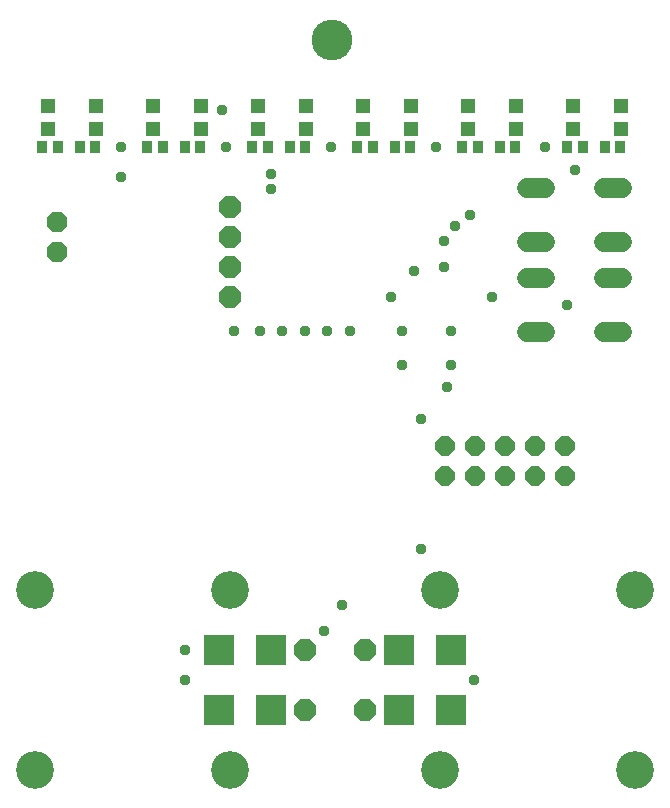
<source format=gbs>
G75*
%MOIN*%
%OFA0B0*%
%FSLAX25Y25*%
%IPPOS*%
%LPD*%
%AMOC8*
5,1,8,0,0,1.08239X$1,22.5*
%
%ADD10C,0.13595*%
%ADD11OC8,0.06800*%
%ADD12R,0.05131X0.04737*%
%ADD13R,0.03556X0.04343*%
%ADD14R,0.10249X0.10249*%
%ADD15OC8,0.07400*%
%ADD16C,0.06800*%
%ADD17C,0.12611*%
%ADD18OC8,0.06400*%
%ADD19C,0.03778*%
D10*
X0182973Y0277206D03*
D11*
X0091300Y0216300D03*
X0091300Y0206300D03*
D12*
X0088269Y0247481D03*
X0088269Y0255001D03*
X0104213Y0255001D03*
X0104213Y0247481D03*
X0123269Y0247481D03*
X0123269Y0255001D03*
X0139213Y0255001D03*
X0139213Y0247481D03*
X0158269Y0247481D03*
X0158269Y0255001D03*
X0174213Y0255001D03*
X0174213Y0247481D03*
X0193269Y0247481D03*
X0193269Y0255001D03*
X0209213Y0255001D03*
X0209213Y0247481D03*
X0228269Y0247481D03*
X0228269Y0255001D03*
X0244213Y0255001D03*
X0244213Y0247481D03*
X0263269Y0247481D03*
X0263269Y0255001D03*
X0279213Y0255001D03*
X0279213Y0247481D03*
D13*
X0278859Y0241300D03*
X0273741Y0241300D03*
X0266359Y0241300D03*
X0261241Y0241300D03*
X0243859Y0241300D03*
X0238741Y0241300D03*
X0231359Y0241300D03*
X0226241Y0241300D03*
X0208859Y0241300D03*
X0203741Y0241300D03*
X0196359Y0241300D03*
X0191241Y0241300D03*
X0173859Y0241300D03*
X0168741Y0241300D03*
X0161359Y0241300D03*
X0156241Y0241300D03*
X0138859Y0241300D03*
X0133741Y0241300D03*
X0126359Y0241300D03*
X0121241Y0241300D03*
X0103859Y0241300D03*
X0098741Y0241300D03*
X0091359Y0241300D03*
X0086241Y0241300D03*
D14*
X0145139Y0073800D03*
X0162461Y0073800D03*
X0162461Y0053800D03*
X0145139Y0053800D03*
X0205139Y0053800D03*
X0222461Y0053800D03*
X0222461Y0073800D03*
X0205139Y0073800D03*
D15*
X0193800Y0073800D03*
X0173800Y0073800D03*
X0173800Y0053800D03*
X0193800Y0053800D03*
X0148800Y0191300D03*
X0148800Y0201300D03*
X0148800Y0211300D03*
X0148800Y0221300D03*
D16*
X0248000Y0227700D02*
X0254000Y0227700D01*
X0254000Y0209900D02*
X0248000Y0209900D01*
X0248000Y0197700D02*
X0254000Y0197700D01*
X0254000Y0179900D02*
X0248000Y0179900D01*
X0273600Y0179900D02*
X0279600Y0179900D01*
X0279600Y0197700D02*
X0273600Y0197700D01*
X0273600Y0209900D02*
X0279600Y0209900D01*
X0279600Y0227700D02*
X0273600Y0227700D01*
D17*
X0083800Y0033800D03*
X0148800Y0033800D03*
X0218800Y0033800D03*
X0283800Y0033800D03*
X0283800Y0093800D03*
X0218800Y0093800D03*
X0148800Y0093800D03*
X0083800Y0093800D03*
D18*
X0220591Y0131910D03*
X0230591Y0131910D03*
X0230591Y0141910D03*
X0220591Y0141910D03*
X0240591Y0141910D03*
X0240591Y0131910D03*
X0250591Y0131910D03*
X0260591Y0131910D03*
X0260591Y0141910D03*
X0250591Y0141910D03*
D19*
X0221300Y0161300D03*
X0222550Y0168800D03*
X0222550Y0180050D03*
X0206300Y0180050D03*
X0206300Y0168800D03*
X0188800Y0180050D03*
X0181300Y0180050D03*
X0173800Y0180050D03*
X0166300Y0180050D03*
X0158800Y0180050D03*
X0150050Y0180050D03*
X0202550Y0191300D03*
X0210050Y0200050D03*
X0220050Y0201300D03*
X0220050Y0210050D03*
X0223800Y0215050D03*
X0228800Y0218800D03*
X0217550Y0241300D03*
X0182550Y0241300D03*
X0162550Y0232550D03*
X0162550Y0227550D03*
X0147550Y0241300D03*
X0146300Y0253800D03*
X0112550Y0241300D03*
X0112550Y0231300D03*
X0212550Y0150811D03*
X0261300Y0188800D03*
X0236300Y0191300D03*
X0263800Y0233800D03*
X0253800Y0241300D03*
X0212550Y0107550D03*
X0186300Y0088800D03*
X0180050Y0080050D03*
X0133800Y0073800D03*
X0133800Y0063800D03*
X0230050Y0063800D03*
M02*

</source>
